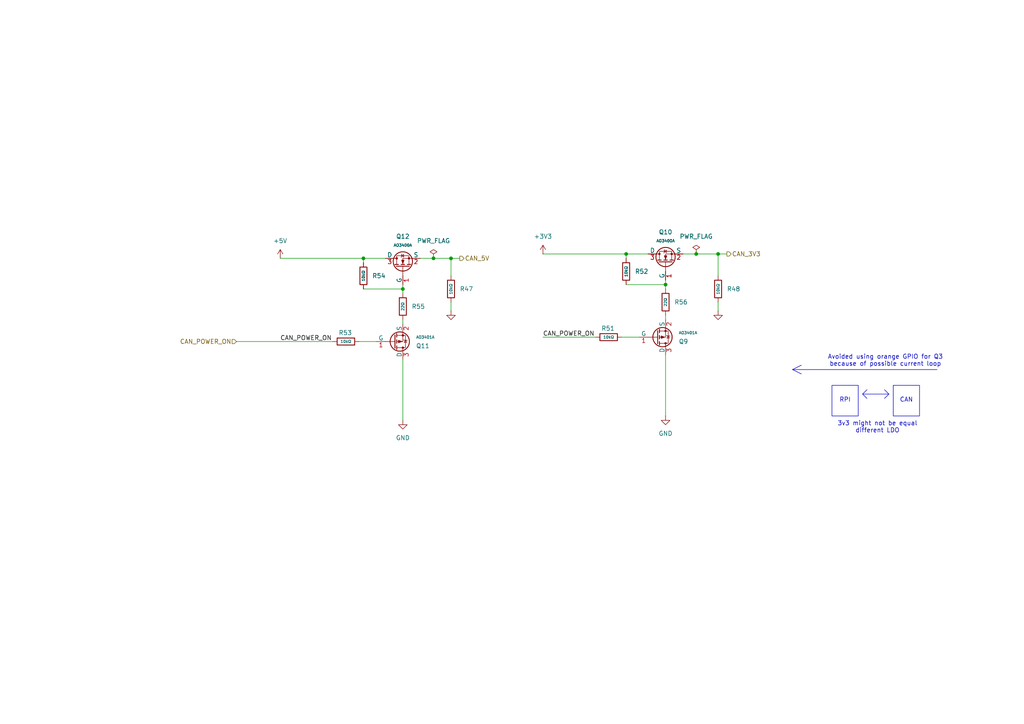
<source format=kicad_sch>
(kicad_sch (version 20250114) (generator "eeschema") (generator_version "9.0")
  (paper "A4")
  (title_block (title "Improved Delay Circuit") (date "2025-04-19") (rev "A"))
  (lib_symbols
    (symbol "PCM_JLCPCB-Resistors:0402,10kΩ" (pin_numbers (hide yes)) (pin_names (offset 0))
      (property "Reference" "R" (at 1.778 0 0))
      (property "Value" "10kΩ" (at 0 0 90))
      (symbol "0402,10kΩ_0_1"
        (rectangle (start -1.016 2.54) (end 1.016 -2.54) (stroke (width 0.254)))
      )
      (symbol "0402,10kΩ_1_1"
        (pin passive line (at 0 3.81 270) (length 1.27) (name "~") (number "1"))
        (pin passive line (at 0 -3.81 90) (length 1.27) (name "~") (number "2"))
      )
    )
    (symbol "PCM_JLCPCB-Resistors:0402,22Ω" (pin_numbers (hide yes)) (pin_names (offset 0))
      (property "Reference" "R" (at 1.778 0 0))
      (property "Value" "22Ω" (at 0 0 90))
      (symbol "0402,22Ω_0_1"
        (rectangle (start -1.016 2.54) (end 1.016 -2.54) (stroke (width 0.254)))
      )
      (symbol "0402,22Ω_1_1"
        (pin passive line (at 0 3.81 270) (length 1.27) (name "~") (number "1"))
        (pin passive line (at 0 -3.81 90) (length 1.27) (name "~") (number "2"))
      )
    )
    (symbol "PCM_JLCPCB-Transistors:NMOS,AO3400A" (pin_names (offset 0))
      (property "Reference" "Q" (at 4.8514 0.834 0))
      (property "Value" "AO3400A" (at 4.8514 -1.2122 0))
      (symbol "NMOS,AO3400A_0_1"
        (polyline (pts (xy 0.254 1.905) (xy 0.254 -1.905)) (stroke (width 0.254)))
        (polyline (pts (xy 0.254 0) (xy -2.54 0)))
        (polyline (pts (xy 0.762 2.286) (xy 0.762 1.27)) (stroke (width 0.254)))
        (polyline (pts (xy 0.762 0.508) (xy 0.762 -0.508)) (stroke (width 0.254)))
        (polyline (pts (xy 0.762 -1.27) (xy 0.762 -2.286)) (stroke (width 0.254)))
        (polyline (pts (xy 0.762 -1.778) (xy 3.302 -1.778) (xy 3.302 1.778) (xy 0.762 1.778)))
        (polyline (pts (xy 1.016 0) (xy 2.032 0.381) (xy 2.032 -0.381) (xy 1.016 0)) (fill (type outline)))
        (circle (center 1.651 0) (radius 2.794) (stroke (width 0.254)))
        (polyline (pts (xy 2.54 2.54) (xy 2.54 1.778)))
        (circle (center 2.54 1.778) (radius 0.254) (fill (type outline)))
        (circle (center 2.54 -1.778) (radius 0.254) (fill (type outline)))
        (polyline (pts (xy 2.54 -2.54) (xy 2.54 0) (xy 0.762 0)))
        (polyline (pts (xy 2.794 0.508) (xy 2.921 0.381) (xy 3.683 0.381) (xy 3.81 0.254)))
        (polyline (pts (xy 3.302 0.381) (xy 2.921 -0.254) (xy 3.683 -0.254) (xy 3.302 0.381)))
      )
      (symbol "NMOS,AO3400A_1_1"
        (pin input line (at -5.08 0 0) (length 2.54) (name "G") (number "1"))
        (pin passive line (at 2.54 5.08 270) (length 2.54) (name "D") (number "3"))
        (pin passive line (at 2.54 -5.08 90) (length 2.54) (name "S") (number "2"))
      )
    )
    (symbol "PCM_JLCPCB-Transistors:PMOS,AO3401A" (pin_names (offset 0))
      (property "Reference" "Q" (at 4.8514 0.834 0))
      (property "Value" "AO3401A" (at 4.8514 -1.2122 0))
      (symbol "PMOS,AO3401A_0_1"
        (polyline (pts (xy 0.254 1.905) (xy 0.254 -1.905)) (stroke (width 0.254)))
        (polyline (pts (xy 0.254 0) (xy -2.54 0)))
        (polyline (pts (xy 0.762 2.286) (xy 0.762 1.27)) (stroke (width 0.254)))
        (polyline (pts (xy 0.762 1.778) (xy 3.302 1.778) (xy 3.302 -1.778) (xy 0.762 -1.778)))
        (polyline (pts (xy 0.762 0.508) (xy 0.762 -0.508)) (stroke (width 0.254)))
        (polyline (pts (xy 0.762 -1.27) (xy 0.762 -2.286)) (stroke (width 0.254)))
        (circle (center 1.651 0) (radius 2.794) (stroke (width 0.254)))
        (polyline (pts (xy 2.286 0) (xy 1.27 0.381) (xy 1.27 -0.381) (xy 2.286 0)) (fill (type outline)))
        (polyline (pts (xy 2.54 2.54) (xy 2.54 1.778)))
        (circle (center 2.54 1.778) (radius 0.254) (fill (type outline)))
        (circle (center 2.54 -1.778) (radius 0.254) (fill (type outline)))
        (polyline (pts (xy 2.54 -2.54) (xy 2.54 0) (xy 0.762 0)))
        (polyline (pts (xy 2.794 -0.508) (xy 2.921 -0.381) (xy 3.683 -0.381) (xy 3.81 -0.254)))
        (polyline (pts (xy 3.302 -0.381) (xy 2.921 0.254) (xy 3.683 0.254) (xy 3.302 -0.381)))
      )
      (symbol "PMOS,AO3401A_1_1"
        (pin input line (at -5.08 0 0) (length 2.54) (name "G") (number "1"))
        (pin passive line (at 2.54 5.08 270) (length 2.54) (name "D") (number "3"))
        (pin passive line (at 2.54 -5.08 90) (length 2.54) (name "S") (number "2"))
      )
    )
    (symbol "power:+3V3" (power) (pin_numbers (hide yes)) (pin_names (offset 0) (hide yes))
      (property "Value" "+3V3" (at 0 3.556 0))
      (symbol "+3V3_0_1"
        (polyline (pts (xy -0.762 1.27) (xy 0 2.54)))
        (polyline (pts (xy 0 2.54) (xy 0.762 1.27)))
        (polyline (pts (xy 0 0) (xy 0 2.54)))
      )
      (symbol "+3V3_1_1"
        (pin power_in line (at 0 0 90) (length 0) (name "~") (number "1"))
      )
    )
    (symbol "power:+5V" (power) (pin_numbers (hide yes)) (pin_names (offset 0) (hide yes))
      (property "Value" "+5V" (at 0 3.556 0))
      (symbol "+5V_0_1"
        (polyline (pts (xy -0.762 1.27) (xy 0 2.54)))
        (polyline (pts (xy 0 2.54) (xy 0.762 1.27)))
        (polyline (pts (xy 0 0) (xy 0 2.54)))
      )
      (symbol "+5V_1_1"
        (pin power_in line (at 0 0 90) (length 0) (name "~") (number "1"))
      )
    )
    (symbol "power:GND" (power) (pin_numbers (hide yes)) (pin_names (offset 0) (hide yes))
      (property "Value" "GND" (at 0 -3.81 0))
      (symbol "GND_0_1"
        (polyline (pts (xy 0 0) (xy 0 -1.27) (xy 1.27 -1.27) (xy 0 -2.54) (xy -1.27 -1.27) (xy 0 -1.27)))
      )
      (symbol "GND_1_1"
        (pin power_in line (at 0 0 270) (length 0) (name "~") (number "1"))
      )
    )
    (symbol "power:PWR_FLAG" (power) (pin_numbers (hide yes)) (pin_names (offset 0) (hide yes))
      (property "Value" "PWR_FLAG" (at 0 3.81 0))
      (symbol "PWR_FLAG_0_0"
        (pin power_out line (at 0 0 90) (length 0) (name "~") (number "1"))
      )
      (symbol "PWR_FLAG_0_1"
        (polyline (pts (xy 0 0) (xy 0 1.27) (xy -1.016 1.905) (xy 0 2.54) (xy 1.016 1.905) (xy 0 1.27)))
      )
    )
  )
  (rectangle (start 259.08 111.76) (end 266.7 120.65))
  (rectangle (start 241.3 111.76) (end 248.92 120.65))
  (text "Avoided using orange GPIO for Q3\nbecause of possible current loop" (at 256.794 104.648 0) (effects (font (size 1.27 1.27))))
  (text "CAN\n" (at 262.89 116.078 0) (effects (font (size 1.27 1.27))))
  (text "RPI\n" (at 245.11 116.078 0) (effects (font (size 1.27 1.27))))
  (text "3v3 might not be equal\ndifferent LDO" (at 254.508 123.952 0) (effects (font (size 1.27 1.27))))
  (junction (at 116.84 83.82))
  (junction (at 125.73 74.93))
  (junction (at 201.93 73.66))
  (junction (at 105.41 74.93))
  (junction (at 208.28 73.66))
  (junction (at 181.61 73.66))
  (junction (at 130.81 74.93))
  (junction (at 193.04 82.55))
  (wire (pts (xy 130.81 74.93) (xy 130.81 80.01)))
  (polyline (pts (xy 256.54 113.03) (xy 257.81 114.3)))
  (wire (pts (xy 105.41 74.93) (xy 111.76 74.93)))
  (polyline (pts (xy 229.87 107.188) (xy 232.41 105.918)))
  (wire (pts (xy 130.81 87.63) (xy 130.81 90.17)))
  (wire (pts (xy 121.92 74.93) (xy 125.73 74.93)))
  (wire (pts (xy 116.84 104.14) (xy 116.84 121.92)))
  (wire (pts (xy 157.48 97.79) (xy 172.72 97.79)))
  (wire (pts (xy 116.84 82.55) (xy 116.84 83.82)))
  (polyline (pts (xy 256.54 115.57) (xy 257.81 114.3)))
  (wire (pts (xy 104.14 99.06) (xy 109.22 99.06)))
  (wire (pts (xy 201.93 73.66) (xy 208.28 73.66)))
  (wire (pts (xy 180.34 97.79) (xy 185.42 97.79)))
  (polyline (pts (xy 229.87 107.188) (xy 232.41 108.458)))
  (wire (pts (xy 208.28 80.01) (xy 208.28 73.66)))
  (wire (pts (xy 193.04 82.55) (xy 193.04 83.82)))
  (wire (pts (xy 116.84 92.71) (xy 116.84 93.98)))
  (polyline (pts (xy 250.19 114.3) (xy 251.46 113.03)))
  (wire (pts (xy 133.35 74.93) (xy 130.81 74.93)))
  (wire (pts (xy 193.04 81.28) (xy 193.04 82.55)))
  (wire (pts (xy 116.84 83.82) (xy 116.84 85.09)))
  (wire (pts (xy 181.61 82.55) (xy 193.04 82.55)))
  (wire (pts (xy 181.61 73.66) (xy 181.61 74.93)))
  (wire (pts (xy 105.41 83.82) (xy 116.84 83.82)))
  (wire (pts (xy 210.82 73.66) (xy 208.28 73.66)))
  (wire (pts (xy 68.58 99.06) (xy 96.52 99.06)))
  (wire (pts (xy 193.04 102.87) (xy 193.04 120.65)))
  (wire (pts (xy 157.48 73.66) (xy 181.61 73.66)))
  (wire (pts (xy 181.61 73.66) (xy 187.96 73.66)))
  (wire (pts (xy 125.73 74.93) (xy 130.81 74.93)))
  (polyline (pts (xy 257.81 114.3) (xy 250.19 114.3)))
  (wire (pts (xy 193.04 91.44) (xy 193.04 92.71)))
  (polyline (pts (xy 250.19 114.3) (xy 251.46 115.57)))
  (wire (pts (xy 198.12 73.66) (xy 201.93 73.66)))
  (polyline (pts (xy 271.78 107.188) (xy 229.87 107.188)))
  (wire (pts (xy 81.28 74.93) (xy 105.41 74.93)))
  (wire (pts (xy 105.41 74.93) (xy 105.41 76.2)))
  (wire (pts (xy 208.28 87.63) (xy 208.28 90.17)))
  (label "CAN_POWER_ON" (at 81.28 99.06 0))
  (label "CAN_POWER_ON" (at 157.48 97.79 0))
  (hierarchical_label "CAN_3V3" (shape output) (at 210.82 73.66 0))
  (hierarchical_label "CAN_5V" (shape output) (at 133.35 74.93 0))
  (hierarchical_label "CAN_POWER_ON" (shape input) (at 68.58 99.06 180))
  (symbol (lib_id "power:GND") (at 116.84 121.92 0) (unit 1)
    (property "Reference" "#PWR0122" (effects (hide yes)))
    (property "Value" "GND" (at 116.84 127 0))
    (property "Description" "Power symbol creates a global label with name \"GND\" , ground" (effects (hide yes)))
  )
  (symbol (lib_id "power:GND") (at 208.28 90.17 0) (unit 1)
    (property "Reference" "#PWR054" (effects (hide yes)))
    (property "Value" "GND" (effects (hide yes)))
    (property "Description" "Power symbol creates a global label with name \"GND\" , ground" (effects (hide yes)))
  )
  (symbol (lib_id "power:PWR_FLAG") (at 125.73 74.93 0) (unit 1)
    (property "Reference" "#FLG012" (effects (hide yes)))
    (property "Value" "PWR_FLAG" (at 125.73 69.85 0))
    (property "Description" "Special symbol for telling ERC where power comes from" (effects (hide yes)))
  )
  (symbol (lib_id "PCM_JLCPCB-Resistors:0402,10kΩ") (at 100.33 99.06 90) (unit 1)
    (property "Reference" "R53" (at 102.108 96.52 90) (effects (justify left)))
    (property "Value" "10kΩ" (at 100.33 99.06 90) (effects (font (size 0.8 0.8))))
    (property "Footprint" "PCM_JLCPCB:R_0402" (effects (hide yes)))
    (property "Datasheet" "https://www.lcsc.com/datasheet/lcsc_datasheet_2411221126_UNI-ROYAL-Uniroyal-Elec-0402WGF1002TCE_C25744.pdf" (effects (hide yes)))
    (property "Description" "62.5mW Thick Film Resistors 50V ±100ppm/°C ±1% 10kΩ 0402 Chip Resistor - Surface Mount ROHS" (effects (hide yes)))
    (property "LCSC" "C25744" (effects (hide yes)))
    (property "Stock" "13746052" (effects (hide yes)))
    (property "Price" "0.004USD" (effects (hide yes)))
    (property "Process" "SMT" (effects (hide yes)))
    (property "Minimum Qty" "5" (effects (hide yes)))
    (property "Attrition Qty" "0" (effects (hide yes)))
    (property "Class" "Basic Component" (effects (hide yes)))
    (property "Category" "Resistors,Chip Resistor - Surface Mount" (effects (hide yes)))
    (property "Manufacturer" "UNI-ROYAL(Uniroyal Elec)" (effects (hide yes)))
    (property "Part" "0402WGF1002TCE" (effects (hide yes)))
    (property "Resistance" "10kΩ" (effects (hide yes)))
    (property "Power(Watts)" "62.5mW" (effects (hide yes)))
    (property "Type" "Thick Film Resistors" (effects (hide yes)))
    (property "Overload Voltage (Max)" "50V" (effects (hide yes)))
    (property "Operating Temperature Range" "-55°C~+155°C" (effects (hide yes)))
    (property "Tolerance" "±1%" (effects (hide yes)))
    (property "Temperature Coefficient" "±100ppm/°C" (effects (hide yes)))
  )
  (symbol (lib_id "power:+5V") (at 81.28 74.93 0) (unit 1)
    (property "Reference" "#PWR069" (effects (hide yes)))
    (property "Value" "+5V" (at 81.28 69.85 0))
    (property "Description" "Power symbol creates a global label with name \"+5V\"" (effects (hide yes)))
  )
  (symbol (lib_id "PCM_JLCPCB-Resistors:0402,10kΩ") (at 176.53 97.79 90) (unit 1)
    (property "Reference" "R51" (at 178.308 95.25 90) (effects (justify left)))
    (property "Value" "10kΩ" (at 176.53 97.79 90) (effects (font (size 0.8 0.8))))
    (property "Footprint" "PCM_JLCPCB:R_0402" (effects (hide yes)))
    (property "Datasheet" "https://www.lcsc.com/datasheet/lcsc_datasheet_2411221126_UNI-ROYAL-Uniroyal-Elec-0402WGF1002TCE_C25744.pdf" (effects (hide yes)))
    (property "Description" "62.5mW Thick Film Resistors 50V ±100ppm/°C ±1% 10kΩ 0402 Chip Resistor - Surface Mount ROHS" (effects (hide yes)))
    (property "LCSC" "C25744" (effects (hide yes)))
    (property "Stock" "13746052" (effects (hide yes)))
    (property "Price" "0.004USD" (effects (hide yes)))
    (property "Process" "SMT" (effects (hide yes)))
    (property "Minimum Qty" "5" (effects (hide yes)))
    (property "Attrition Qty" "0" (effects (hide yes)))
    (property "Class" "Basic Component" (effects (hide yes)))
    (property "Category" "Resistors,Chip Resistor - Surface Mount" (effects (hide yes)))
    (property "Manufacturer" "UNI-ROYAL(Uniroyal Elec)" (effects (hide yes)))
    (property "Part" "0402WGF1002TCE" (effects (hide yes)))
    (property "Resistance" "10kΩ" (effects (hide yes)))
    (property "Power(Watts)" "62.5mW" (effects (hide yes)))
    (property "Type" "Thick Film Resistors" (effects (hide yes)))
    (property "Overload Voltage (Max)" "50V" (effects (hide yes)))
    (property "Operating Temperature Range" "-55°C~+155°C" (effects (hide yes)))
    (property "Tolerance" "±1%" (effects (hide yes)))
    (property "Temperature Coefficient" "±100ppm/°C" (effects (hide yes)))
  )
  (symbol (lib_id "PCM_JLCPCB-Resistors:0402,10kΩ") (at 130.81 83.82 0) (unit 1)
    (property "Reference" "R47" (at 133.35 83.8199 0) (effects (justify left)))
    (property "Value" "10kΩ" (at 130.81 83.82 90) (effects (font (size 0.8 0.8))))
    (property "Footprint" "PCM_JLCPCB:R_0402" (effects (hide yes)))
    (property "Datasheet" "https://www.lcsc.com/datasheet/lcsc_datasheet_2411221126_UNI-ROYAL-Uniroyal-Elec-0402WGF1002TCE_C25744.pdf" (effects (hide yes)))
    (property "Description" "62.5mW Thick Film Resistors 50V ±100ppm/°C ±1% 10kΩ 0402 Chip Resistor - Surface Mount ROHS" (effects (hide yes)))
    (property "LCSC" "C25744" (effects (hide yes)))
    (property "Stock" "7508513" (effects (hide yes)))
    (property "Price" "0.004USD" (effects (hide yes)))
    (property "Process" "SMT" (effects (hide yes)))
    (property "Minimum Qty" "5" (effects (hide yes)))
    (property "Attrition Qty" "0" (effects (hide yes)))
    (property "Class" "Basic Component" (effects (hide yes)))
    (property "Category" "Resistors,Chip Resistor - Surface Mount" (effects (hide yes)))
    (property "Manufacturer" "UNI-ROYAL(Uniroyal Elec)" (effects (hide yes)))
    (property "Part" "0402WGF1002TCE" (effects (hide yes)))
    (property "Resistance" "10kΩ" (effects (hide yes)))
    (property "Power(Watts)" "62.5mW" (effects (hide yes)))
    (property "Type" "Thick Film Resistors" (effects (hide yes)))
    (property "Overload Voltage (Max)" "50V" (effects (hide yes)))
    (property "Operating Temperature Range" "-55°C~+155°C" (effects (hide yes)))
    (property "Tolerance" "±1%" (effects (hide yes)))
    (property "Temperature Coefficient" "±100ppm/°C" (effects (hide yes)))
  )
  (symbol (lib_id "PCM_JLCPCB-Resistors:0402,22Ω") (at 116.84 88.9 0) (unit 1)
    (property "Reference" "R55" (at 119.38 88.8999 0) (effects (justify left)))
    (property "Value" "22Ω" (at 116.84 88.9 90) (effects (font (size 0.8 0.8))))
    (property "Footprint" "PCM_JLCPCB:R_0402" (effects (hide yes)))
    (property "Datasheet" "https://www.lcsc.com/datasheet/lcsc_datasheet_2205311900_UNI-ROYAL-Uniroyal-Elec-0402WGF220JTCE_C25092.pdf" (effects (hide yes)))
    (property "Description" "62.5mW Thick Film Resistors 50V ±1% ±100ppm/°C 22Ω 0402 Chip Resistor - Surface Mount ROHS" (effects (hide yes)))
    (property "LCSC" "C25092" (effects (hide yes)))
    (property "Stock" "2158519" (effects (hide yes)))
    (property "Price" "0.004USD" (effects (hide yes)))
    (property "Process" "SMT" (effects (hide yes)))
    (property "Minimum Qty" "20" (effects (hide yes)))
    (property "Attrition Qty" "10" (effects (hide yes)))
    (property "Class" "Basic Component" (effects (hide yes)))
    (property "Category" "Resistors,Chip Resistor - Surface Mount" (effects (hide yes)))
    (property "Manufacturer" "UNI-ROYAL(Uniroyal Elec)" (effects (hide yes)))
    (property "Part" "0402WGF220JTCE" (effects (hide yes)))
    (property "Resistance" "22Ω" (effects (hide yes)))
    (property "Power(Watts)" "62.5mW" (effects (hide yes)))
    (property "Type" "Thick Film Resistors" (effects (hide yes)))
    (property "Overload Voltage (Max)" "50V" (effects (hide yes)))
    (property "Operating Temperature Range" "-55°C~+155°C" (effects (hide yes)))
    (property "Tolerance" "±1%" (effects (hide yes)))
    (property "Temperature Coefficient" "±100ppm/°C" (effects (hide yes)))
  )
  (symbol (lib_id "PCM_JLCPCB-Transistors:PMOS,AO3401A") (at 114.3 99.06 0) (mirror x) (unit 1)
    (property "Reference" "Q11" (at 120.65 100.3301 0) (effects (justify left)))
    (property "Value" "AO3401A" (at 120.65 97.79 0) (effects (font (size 0.8 0.8)) (justify left)))
    (property "Footprint" "PCM_JLCPCB:Q_SOT-23" (effects (hide yes)))
    (property "Datasheet" "https://www.lcsc.com/datasheet/lcsc_datasheet_1810171817_Alpha---Omega-Semicon-AO3401A_C15127.pdf" (effects (hide yes)))
    (property "Description" "30V 4A 44mΩ@10V,4.3A 1.4W 1.3V@250uA 1 Piece P-Channel SOT-23 MOSFETs ROHS" (effects (hide yes)))
    (property "LCSC" "C15127" (effects (hide yes)))
    (property "Stock" "557991" (effects (hide yes)))
    (property "Price" "0.061USD" (effects (hide yes)))
    (property "Process" "SMT" (effects (hide yes)))
    (property "Minimum Qty" "5" (effects (hide yes)))
    (property "Attrition Qty" "4" (effects (hide yes)))
    (property "Class" "Basic Component" (effects (hide yes)))
    (property "Category" "Transistors,MOSFETs" (effects (hide yes)))
    (property "Manufacturer" "Alpha & Omega Semicon" (effects (hide yes)))
    (property "Part" "AO3401A" (effects (hide yes)))
    (property "Continuous Drain Current (Id)" "4A" (effects (hide yes)))
    (property "Input Capacitance (Ciss@Vds)" "1.2nF@15V" (effects (hide yes)))
    (property "Operating Temperature" "-55°C~+150°C@(Tj)" (effects (hide yes)))
    (property "Type" "1 Piece P-Channel" (effects (hide yes)))
    (property "Drain Source Voltage (Vdss)" "30V" (effects (hide yes)))
    (property "Power Dissipation (Pd)" "1.4W" (effects (hide yes)))
    (property "Gate Threshold Voltage (Vgs(th)@Id)" "1.3V@250uA" (effects (hide yes)))
    (property "Drain Source On Resistance (RDS(on)@Vgs,Id)" "44mΩ@10V,4.3A" (effects (hide yes)))
    (property "Total Gate Charge (Qg@Vgs)" "12.2nC@4.5V" (effects (hide yes)))
  )
  (symbol (lib_id "PCM_JLCPCB-Transistors:NMOS,AO3400A") (at 116.84 77.47 90) (unit 1)
    (property "Reference" "Q12" (at 116.84 68.58 90))
    (property "Value" "AO3400A" (at 116.84 71.12 90) (effects (font (size 0.8 0.8))))
    (property "Footprint" "PCM_JLCPCB:Q_SOT-23" (effects (hide yes)))
    (property "Datasheet" "https://www.lcsc.com/datasheet/lcsc_datasheet_1811081213_Alpha---Omega-Semicon-AO3400A_C20917.pdf" (effects (hide yes)))
    (property "Description" "30V 5.7A 26.5mΩ@10V,5.7A 1.4W 1.5V@250uA 1 N-Channel SOT-23-3L MOSFETs ROHS" (effects (hide yes)))
    (property "LCSC" "C20917" (effects (hide yes)))
    (property "Stock" "670221" (effects (hide yes)))
    (property "Price" "0.088USD" (effects (hide yes)))
    (property "Process" "SMT" (effects (hide yes)))
    (property "Minimum Qty" "5" (effects (hide yes)))
    (property "Attrition Qty" "4" (effects (hide yes)))
    (property "Class" "Basic Component" (effects (hide yes)))
    (property "Category" "Transistors,MOSFETs" (effects (hide yes)))
    (property "Manufacturer" "Alpha & Omega Semicon" (effects (hide yes)))
    (property "Part" "AO3400A" (effects (hide yes)))
    (property "Continuous Drain Current (Id)" "5.7A" (effects (hide yes)))
    (property "Input Capacitance (Ciss@Vds)" "630pF@15V" (effects (hide yes)))
    (property "Operating Temperature" "-55°C~+150°C@(Tj)" (effects (hide yes)))
    (property "Type" "1 N-channel" (effects (hide yes)))
    (property "Drain Source Voltage (Vdss)" "30V" (effects (hide yes)))
    (property "Power Dissipation (Pd)" "1.4W" (effects (hide yes)))
    (property "Gate Threshold Voltage (Vgs(th)@Id)" "1.5V@250uA" (effects (hide yes)))
    (property "Drain Source On Resistance (RDS(on)@Vgs,Id)" "26.5mΩ@10V,5.7A" (effects (hide yes)))
    (property "Total Gate Charge (Qg@Vgs)" "7nC@4.5V" (effects (hide yes)))
  )
  (symbol (lib_id "power:PWR_FLAG") (at 201.93 73.66 0) (unit 1)
    (property "Reference" "#FLG011" (effects (hide yes)))
    (property "Value" "PWR_FLAG" (at 201.93 68.58 0))
    (property "Description" "Special symbol for telling ERC where power comes from" (effects (hide yes)))
  )
  (symbol (lib_id "PCM_JLCPCB-Resistors:0402,10kΩ") (at 181.61 78.74 0) (unit 1)
    (property "Reference" "R52" (at 184.15 78.7399 0) (effects (justify left)))
    (property "Value" "10kΩ" (at 181.61 78.74 90) (effects (font (size 0.8 0.8))))
    (property "Footprint" "PCM_JLCPCB:R_0402" (effects (hide yes)))
    (property "Datasheet" "https://www.lcsc.com/datasheet/lcsc_datasheet_2411221126_UNI-ROYAL-Uniroyal-Elec-0402WGF1002TCE_C25744.pdf" (effects (hide yes)))
    (property "Description" "62.5mW Thick Film Resistors 50V ±100ppm/°C ±1% 10kΩ 0402 Chip Resistor - Surface Mount ROHS" (effects (hide yes)))
    (property "LCSC" "C25744" (effects (hide yes)))
    (property "Stock" "13746052" (effects (hide yes)))
    (property "Price" "0.004USD" (effects (hide yes)))
    (property "Process" "SMT" (effects (hide yes)))
    (property "Minimum Qty" "5" (effects (hide yes)))
    (property "Attrition Qty" "0" (effects (hide yes)))
    (property "Class" "Basic Component" (effects (hide yes)))
    (property "Category" "Resistors,Chip Resistor - Surface Mount" (effects (hide yes)))
    (property "Manufacturer" "UNI-ROYAL(Uniroyal Elec)" (effects (hide yes)))
    (property "Part" "0402WGF1002TCE" (effects (hide yes)))
    (property "Resistance" "10kΩ" (effects (hide yes)))
    (property "Power(Watts)" "62.5mW" (effects (hide yes)))
    (property "Type" "Thick Film Resistors" (effects (hide yes)))
    (property "Overload Voltage (Max)" "50V" (effects (hide yes)))
    (property "Operating Temperature Range" "-55°C~+155°C" (effects (hide yes)))
    (property "Tolerance" "±1%" (effects (hide yes)))
    (property "Temperature Coefficient" "±100ppm/°C" (effects (hide yes)))
  )
  (symbol (lib_id "PCM_JLCPCB-Resistors:0402,10kΩ") (at 105.41 80.01 0) (unit 1)
    (property "Reference" "R54" (at 107.95 80.0099 0) (effects (justify left)))
    (property "Value" "10kΩ" (at 105.41 80.01 90) (effects (font (size 0.8 0.8))))
    (property "Footprint" "PCM_JLCPCB:R_0402" (effects (hide yes)))
    (property "Datasheet" "https://www.lcsc.com/datasheet/lcsc_datasheet_2411221126_UNI-ROYAL-Uniroyal-Elec-0402WGF1002TCE_C25744.pdf" (effects (hide yes)))
    (property "Description" "62.5mW Thick Film Resistors 50V ±100ppm/°C ±1% 10kΩ 0402 Chip Resistor - Surface Mount ROHS" (effects (hide yes)))
    (property "LCSC" "C25744" (effects (hide yes)))
    (property "Stock" "13746052" (effects (hide yes)))
    (property "Price" "0.004USD" (effects (hide yes)))
    (property "Process" "SMT" (effects (hide yes)))
    (property "Minimum Qty" "5" (effects (hide yes)))
    (property "Attrition Qty" "0" (effects (hide yes)))
    (property "Class" "Basic Component" (effects (hide yes)))
    (property "Category" "Resistors,Chip Resistor - Surface Mount" (effects (hide yes)))
    (property "Manufacturer" "UNI-ROYAL(Uniroyal Elec)" (effects (hide yes)))
    (property "Part" "0402WGF1002TCE" (effects (hide yes)))
    (property "Resistance" "10kΩ" (effects (hide yes)))
    (property "Power(Watts)" "62.5mW" (effects (hide yes)))
    (property "Type" "Thick Film Resistors" (effects (hide yes)))
    (property "Overload Voltage (Max)" "50V" (effects (hide yes)))
    (property "Operating Temperature Range" "-55°C~+155°C" (effects (hide yes)))
    (property "Tolerance" "±1%" (effects (hide yes)))
    (property "Temperature Coefficient" "±100ppm/°C" (effects (hide yes)))
  )
  (symbol (lib_id "PCM_JLCPCB-Transistors:NMOS,AO3400A") (at 193.04 76.2 90) (unit 1)
    (property "Reference" "Q10" (at 193.04 67.31 90))
    (property "Value" "AO3400A" (at 193.04 69.85 90) (effects (font (size 0.8 0.8))))
    (property "Footprint" "PCM_JLCPCB:Q_SOT-23" (effects (hide yes)))
    (property "Datasheet" "https://www.lcsc.com/datasheet/lcsc_datasheet_1811081213_Alpha---Omega-Semicon-AO3400A_C20917.pdf" (effects (hide yes)))
    (property "Description" "30V 5.7A 26.5mΩ@10V,5.7A 1.4W 1.5V@250uA 1 N-Channel SOT-23-3L MOSFETs ROHS" (effects (hide yes)))
    (property "LCSC" "C20917" (effects (hide yes)))
    (property "Stock" "670221" (effects (hide yes)))
    (property "Price" "0.088USD" (effects (hide yes)))
    (property "Process" "SMT" (effects (hide yes)))
    (property "Minimum Qty" "5" (effects (hide yes)))
    (property "Attrition Qty" "4" (effects (hide yes)))
    (property "Class" "Basic Component" (effects (hide yes)))
    (property "Category" "Transistors,MOSFETs" (effects (hide yes)))
    (property "Manufacturer" "Alpha & Omega Semicon" (effects (hide yes)))
    (property "Part" "AO3400A" (effects (hide yes)))
    (property "Continuous Drain Current (Id)" "5.7A" (effects (hide yes)))
    (property "Input Capacitance (Ciss@Vds)" "630pF@15V" (effects (hide yes)))
    (property "Operating Temperature" "-55°C~+150°C@(Tj)" (effects (hide yes)))
    (property "Type" "1 N-channel" (effects (hide yes)))
    (property "Drain Source Voltage (Vdss)" "30V" (effects (hide yes)))
    (property "Power Dissipation (Pd)" "1.4W" (effects (hide yes)))
    (property "Gate Threshold Voltage (Vgs(th)@Id)" "1.5V@250uA" (effects (hide yes)))
    (property "Drain Source On Resistance (RDS(on)@Vgs,Id)" "26.5mΩ@10V,5.7A" (effects (hide yes)))
    (property "Total Gate Charge (Qg@Vgs)" "7nC@4.5V" (effects (hide yes)))
  )
  (symbol (lib_id "PCM_JLCPCB-Resistors:0402,22Ω") (at 193.04 87.63 0) (unit 1)
    (property "Reference" "R56" (at 195.58 87.6299 0) (effects (justify left)))
    (property "Value" "22Ω" (at 193.04 87.63 90) (effects (font (size 0.8 0.8))))
    (property "Footprint" "PCM_JLCPCB:R_0402" (effects (hide yes)))
    (property "Datasheet" "https://www.lcsc.com/datasheet/lcsc_datasheet_2205311900_UNI-ROYAL-Uniroyal-Elec-0402WGF220JTCE_C25092.pdf" (effects (hide yes)))
    (property "Description" "62.5mW Thick Film Resistors 50V ±1% ±100ppm/°C 22Ω 0402 Chip Resistor - Surface Mount ROHS" (effects (hide yes)))
    (property "LCSC" "C25092" (effects (hide yes)))
    (property "Stock" "2158519" (effects (hide yes)))
    (property "Price" "0.004USD" (effects (hide yes)))
    (property "Process" "SMT" (effects (hide yes)))
    (property "Minimum Qty" "20" (effects (hide yes)))
    (property "Attrition Qty" "10" (effects (hide yes)))
    (property "Class" "Basic Component" (effects (hide yes)))
    (property "Category" "Resistors,Chip Resistor - Surface Mount" (effects (hide yes)))
    (property "Manufacturer" "UNI-ROYAL(Uniroyal Elec)" (effects (hide yes)))
    (property "Part" "0402WGF220JTCE" (effects (hide yes)))
    (property "Resistance" "22Ω" (effects (hide yes)))
    (property "Power(Watts)" "62.5mW" (effects (hide yes)))
    (property "Type" "Thick Film Resistors" (effects (hide yes)))
    (property "Overload Voltage (Max)" "50V" (effects (hide yes)))
    (property "Operating Temperature Range" "-55°C~+155°C" (effects (hide yes)))
    (property "Tolerance" "±1%" (effects (hide yes)))
    (property "Temperature Coefficient" "±100ppm/°C" (effects (hide yes)))
  )
  (symbol (lib_id "power:+3V3") (at 157.48 73.66 0) (unit 1)
    (property "Reference" "#PWR01" (effects (hide yes)))
    (property "Value" "+3V3" (at 157.48 68.58 0))
    (property "Description" "Power symbol creates a global label with name \"+3V3\"" (effects (hide yes)))
  )
  (symbol (lib_id "power:GND") (at 193.04 120.65 0) (unit 1)
    (property "Reference" "#PWR059" (effects (hide yes)))
    (property "Value" "GND" (at 193.04 125.73 0))
    (property "Description" "Power symbol creates a global label with name \"GND\" , ground" (effects (hide yes)))
  )
  (symbol (lib_id "power:GND") (at 130.81 90.17 0) (unit 1)
    (property "Reference" "#PWR025" (effects (hide yes)))
    (property "Value" "GND" (effects (hide yes)))
    (property "Description" "Power symbol creates a global label with name \"GND\" , ground" (effects (hide yes)))
  )
  (symbol (lib_id "PCM_JLCPCB-Resistors:0402,10kΩ") (at 208.28 83.82 0) (unit 1)
    (property "Reference" "R48" (at 210.82 83.8199 0) (effects (justify left)))
    (property "Value" "10kΩ" (at 208.28 83.82 90) (effects (font (size 0.8 0.8))))
    (property "Footprint" "PCM_JLCPCB:R_0402" (effects (hide yes)))
    (property "Datasheet" "https://www.lcsc.com/datasheet/lcsc_datasheet_2411221126_UNI-ROYAL-Uniroyal-Elec-0402WGF1002TCE_C25744.pdf" (effects (hide yes)))
    (property "Description" "62.5mW Thick Film Resistors 50V ±100ppm/°C ±1% 10kΩ 0402 Chip Resistor - Surface Mount ROHS" (effects (hide yes)))
    (property "LCSC" "C25744" (effects (hide yes)))
    (property "Stock" "7508513" (effects (hide yes)))
    (property "Price" "0.004USD" (effects (hide yes)))
    (property "Process" "SMT" (effects (hide yes)))
    (property "Minimum Qty" "5" (effects (hide yes)))
    (property "Attrition Qty" "0" (effects (hide yes)))
    (property "Class" "Basic Component" (effects (hide yes)))
    (property "Category" "Resistors,Chip Resistor - Surface Mount" (effects (hide yes)))
    (property "Manufacturer" "UNI-ROYAL(Uniroyal Elec)" (effects (hide yes)))
    (property "Part" "0402WGF1002TCE" (effects (hide yes)))
    (property "Resistance" "10kΩ" (effects (hide yes)))
    (property "Power(Watts)" "62.5mW" (effects (hide yes)))
    (property "Type" "Thick Film Resistors" (effects (hide yes)))
    (property "Overload Voltage (Max)" "50V" (effects (hide yes)))
    (property "Operating Temperature Range" "-55°C~+155°C" (effects (hide yes)))
    (property "Tolerance" "±1%" (effects (hide yes)))
    (property "Temperature Coefficient" "±100ppm/°C" (effects (hide yes)))
  )
  (symbol (lib_id "PCM_JLCPCB-Transistors:PMOS,AO3401A") (at 190.5 97.79 0) (mirror x) (unit 1)
    (property "Reference" "Q9" (at 196.85 99.0601 0) (effects (justify left)))
    (property "Value" "AO3401A" (at 196.85 96.52 0) (effects (font (size 0.8 0.8)) (justify left)))
    (property "Footprint" "PCM_JLCPCB:Q_SOT-23" (effects (hide yes)))
    (property "Datasheet" "https://www.lcsc.com/datasheet/lcsc_datasheet_1810171817_Alpha---Omega-Semicon-AO3401A_C15127.pdf" (effects (hide yes)))
    (property "Description" "30V 4A 44mΩ@10V,4.3A 1.4W 1.3V@250uA 1 Piece P-Channel SOT-23 MOSFETs ROHS" (effects (hide yes)))
    (property "LCSC" "C15127" (effects (hide yes)))
    (property "Stock" "557991" (effects (hide yes)))
    (property "Price" "0.061USD" (effects (hide yes)))
    (property "Process" "SMT" (effects (hide yes)))
    (property "Minimum Qty" "5" (effects (hide yes)))
    (property "Attrition Qty" "4" (effects (hide yes)))
    (property "Class" "Basic Component" (effects (hide yes)))
    (property "Category" "Transistors,MOSFETs" (effects (hide yes)))
    (property "Manufacturer" "Alpha & Omega Semicon" (effects (hide yes)))
    (property "Part" "AO3401A" (effects (hide yes)))
    (property "Continuous Drain Current (Id)" "4A" (effects (hide yes)))
    (property "Input Capacitance (Ciss@Vds)" "1.2nF@15V" (effects (hide yes)))
    (property "Operating Temperature" "-55°C~+150°C@(Tj)" (effects (hide yes)))
    (property "Type" "1 Piece P-Channel" (effects (hide yes)))
    (property "Drain Source Voltage (Vdss)" "30V" (effects (hide yes)))
    (property "Power Dissipation (Pd)" "1.4W" (effects (hide yes)))
    (property "Gate Threshold Voltage (Vgs(th)@Id)" "1.3V@250uA" (effects (hide yes)))
    (property "Drain Source On Resistance (RDS(on)@Vgs,Id)" "44mΩ@10V,4.3A" (effects (hide yes)))
    (property "Total Gate Charge (Qg@Vgs)" "12.2nC@4.5V" (effects (hide yes)))
  )
)
</source>
